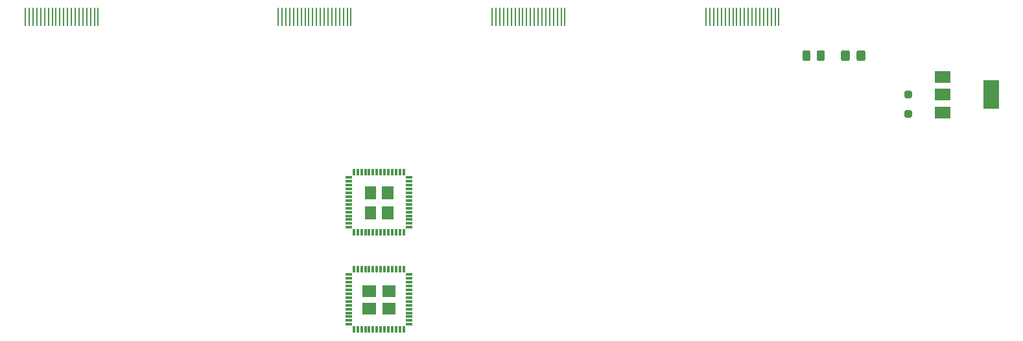
<source format=gbr>
%TF.GenerationSoftware,KiCad,Pcbnew,7.0.2*%
%TF.CreationDate,2023-08-06T23:13:36-03:00*%
%TF.ProjectId,KVM Project,4b564d20-5072-46f6-9a65-63742e6b6963,rev?*%
%TF.SameCoordinates,Original*%
%TF.FileFunction,Paste,Top*%
%TF.FilePolarity,Positive*%
%FSLAX46Y46*%
G04 Gerber Fmt 4.6, Leading zero omitted, Abs format (unit mm)*
G04 Created by KiCad (PCBNEW 7.0.2) date 2023-08-06 23:13:36*
%MOMM*%
%LPD*%
G01*
G04 APERTURE LIST*
G04 Aperture macros list*
%AMRoundRect*
0 Rectangle with rounded corners*
0 $1 Rounding radius*
0 $2 $3 $4 $5 $6 $7 $8 $9 X,Y pos of 4 corners*
0 Add a 4 corners polygon primitive as box body*
4,1,4,$2,$3,$4,$5,$6,$7,$8,$9,$2,$3,0*
0 Add four circle primitives for the rounded corners*
1,1,$1+$1,$2,$3*
1,1,$1+$1,$4,$5*
1,1,$1+$1,$6,$7*
1,1,$1+$1,$8,$9*
0 Add four rect primitives between the rounded corners*
20,1,$1+$1,$2,$3,$4,$5,0*
20,1,$1+$1,$4,$5,$6,$7,0*
20,1,$1+$1,$6,$7,$8,$9,0*
20,1,$1+$1,$8,$9,$2,$3,0*%
G04 Aperture macros list end*
%ADD10C,0.010000*%
%ADD11RoundRect,0.250000X0.325000X0.450000X-0.325000X0.450000X-0.325000X-0.450000X0.325000X-0.450000X0*%
%ADD12R,0.280000X2.400000*%
%ADD13R,2.000000X1.500000*%
%ADD14R,2.000000X3.800000*%
%ADD15RoundRect,0.008100X-0.421900X-0.126900X0.421900X-0.126900X0.421900X0.126900X-0.421900X0.126900X0*%
%ADD16RoundRect,0.008100X0.126900X-0.421900X0.126900X0.421900X-0.126900X0.421900X-0.126900X-0.421900X0*%
%ADD17RoundRect,0.008100X0.421900X0.126900X-0.421900X0.126900X-0.421900X-0.126900X0.421900X-0.126900X0*%
%ADD18RoundRect,0.250000X0.250000X-0.250000X0.250000X0.250000X-0.250000X0.250000X-0.250000X-0.250000X0*%
%ADD19RoundRect,0.250000X-0.262500X-0.450000X0.262500X-0.450000X0.262500X0.450000X-0.262500X0.450000X0*%
G04 APERTURE END LIST*
%TO.C,S2*%
D10*
X98580000Y-100040000D02*
X96940000Y-100040000D01*
X96940000Y-98620000D01*
X98580000Y-98620000D01*
X98580000Y-100040000D01*
G36*
X98580000Y-100040000D02*
G01*
X96940000Y-100040000D01*
X96940000Y-98620000D01*
X98580000Y-98620000D01*
X98580000Y-100040000D01*
G37*
X98580000Y-102290000D02*
X96940000Y-102290000D01*
X96940000Y-100870000D01*
X98580000Y-100870000D01*
X98580000Y-102290000D01*
G36*
X98580000Y-102290000D02*
G01*
X96940000Y-102290000D01*
X96940000Y-100870000D01*
X98580000Y-100870000D01*
X98580000Y-102290000D01*
G37*
X101180000Y-100040000D02*
X99540000Y-100040000D01*
X99540000Y-98620000D01*
X101180000Y-98620000D01*
X101180000Y-100040000D01*
G36*
X101180000Y-100040000D02*
G01*
X99540000Y-100040000D01*
X99540000Y-98620000D01*
X101180000Y-98620000D01*
X101180000Y-100040000D01*
G37*
X101180000Y-102290000D02*
X99540000Y-102290000D01*
X99540000Y-100870000D01*
X101180000Y-100870000D01*
X101180000Y-102290000D01*
G36*
X101180000Y-102290000D02*
G01*
X99540000Y-102290000D01*
X99540000Y-100870000D01*
X101180000Y-100870000D01*
X101180000Y-102290000D01*
G37*
%TO.C,S1*%
X98645000Y-89875000D02*
X97225000Y-89875000D01*
X97225000Y-88235000D01*
X98645000Y-88235000D01*
X98645000Y-89875000D01*
G36*
X98645000Y-89875000D02*
G01*
X97225000Y-89875000D01*
X97225000Y-88235000D01*
X98645000Y-88235000D01*
X98645000Y-89875000D01*
G37*
X100895000Y-89875000D02*
X99475000Y-89875000D01*
X99475000Y-88235000D01*
X100895000Y-88235000D01*
X100895000Y-89875000D01*
G36*
X100895000Y-89875000D02*
G01*
X99475000Y-89875000D01*
X99475000Y-88235000D01*
X100895000Y-88235000D01*
X100895000Y-89875000D01*
G37*
X98645000Y-87275000D02*
X97225000Y-87275000D01*
X97225000Y-85635000D01*
X98645000Y-85635000D01*
X98645000Y-87275000D01*
G36*
X98645000Y-87275000D02*
G01*
X97225000Y-87275000D01*
X97225000Y-85635000D01*
X98645000Y-85635000D01*
X98645000Y-87275000D01*
G37*
X100895000Y-87275000D02*
X99475000Y-87275000D01*
X99475000Y-85635000D01*
X100895000Y-85635000D01*
X100895000Y-87275000D01*
G36*
X100895000Y-87275000D02*
G01*
X99475000Y-87275000D01*
X99475000Y-85635000D01*
X100895000Y-85635000D01*
X100895000Y-87275000D01*
G37*
%TD*%
D11*
%TO.C,D1*%
X162070000Y-68580000D03*
X160020000Y-68580000D03*
%TD*%
D12*
%TO.C,DP_IN1*%
X85940000Y-63500000D03*
X86440000Y-63500000D03*
X86940000Y-63500000D03*
X87440000Y-63500000D03*
X87940000Y-63500000D03*
X88440000Y-63500000D03*
X88940000Y-63500000D03*
X89440000Y-63500000D03*
X89940000Y-63500000D03*
X90440000Y-63500000D03*
X90940000Y-63500000D03*
X91440000Y-63500000D03*
X91940000Y-63500000D03*
X92440000Y-63500000D03*
X92940000Y-63500000D03*
X93440000Y-63500000D03*
X93940000Y-63500000D03*
X94440000Y-63500000D03*
X94940000Y-63500000D03*
X95440000Y-63500000D03*
%TD*%
%TO.C,DP_IN3*%
X141820000Y-63500000D03*
X142320000Y-63500000D03*
X142820000Y-63500000D03*
X143320000Y-63500000D03*
X143820000Y-63500000D03*
X144320000Y-63500000D03*
X144820000Y-63500000D03*
X145320000Y-63500000D03*
X145820000Y-63500000D03*
X146320000Y-63500000D03*
X146820000Y-63500000D03*
X147320000Y-63500000D03*
X147820000Y-63500000D03*
X148320000Y-63500000D03*
X148820000Y-63500000D03*
X149320000Y-63500000D03*
X149820000Y-63500000D03*
X150320000Y-63500000D03*
X150820000Y-63500000D03*
X151320000Y-63500000D03*
%TD*%
D13*
%TO.C,U6*%
X172720000Y-71360000D03*
X172720000Y-73660000D03*
D14*
X179020000Y-73660000D03*
D13*
X172720000Y-75960000D03*
%TD*%
D12*
%TO.C,DP_IN2*%
X113880000Y-63500000D03*
X114380000Y-63500000D03*
X114880000Y-63500000D03*
X115380000Y-63500000D03*
X115880000Y-63500000D03*
X116380000Y-63500000D03*
X116880000Y-63500000D03*
X117380000Y-63500000D03*
X117880000Y-63500000D03*
X118380000Y-63500000D03*
X118880000Y-63500000D03*
X119380000Y-63500000D03*
X119880000Y-63500000D03*
X120380000Y-63500000D03*
X120880000Y-63500000D03*
X121380000Y-63500000D03*
X121880000Y-63500000D03*
X122380000Y-63500000D03*
X122880000Y-63500000D03*
X123380000Y-63500000D03*
%TD*%
%TO.C,DP_OUT1*%
X52920000Y-63500000D03*
X53420000Y-63500000D03*
X53920000Y-63500000D03*
X54420000Y-63500000D03*
X54920000Y-63500000D03*
X55420000Y-63500000D03*
X55920000Y-63500000D03*
X56420000Y-63500000D03*
X56920000Y-63500000D03*
X57420000Y-63500000D03*
X57920000Y-63500000D03*
X58420000Y-63500000D03*
X58920000Y-63500000D03*
X59420000Y-63500000D03*
X59920000Y-63500000D03*
X60420000Y-63500000D03*
X60920000Y-63500000D03*
X61420000Y-63500000D03*
X61920000Y-63500000D03*
X62420000Y-63500000D03*
%TD*%
D15*
%TO.C,S2*%
X95125000Y-97205000D03*
X95125000Y-97705000D03*
X95125000Y-98205000D03*
X95125000Y-98705000D03*
X95125000Y-99205000D03*
X95125000Y-99705000D03*
X95125000Y-100205000D03*
X95125000Y-100705000D03*
X95125000Y-101205000D03*
X95125000Y-101705000D03*
X95125000Y-102205000D03*
X95125000Y-102705000D03*
X95125000Y-103205000D03*
X95125000Y-103705000D03*
D16*
X95810000Y-104390000D03*
X96310000Y-104390000D03*
X96810000Y-104390000D03*
X97310000Y-104390000D03*
X97810000Y-104390000D03*
X98310000Y-104390000D03*
X98810000Y-104390000D03*
X99310000Y-104390000D03*
X99810000Y-104390000D03*
X100310000Y-104390000D03*
X100810000Y-104390000D03*
X101310000Y-104390000D03*
X101810000Y-104390000D03*
X102310000Y-104390000D03*
D15*
X102995000Y-103705000D03*
X102995000Y-103205000D03*
X102995000Y-102705000D03*
X102995000Y-102205000D03*
X102995000Y-101705000D03*
X102995000Y-101205000D03*
X102995000Y-100705000D03*
X102995000Y-100205000D03*
X102995000Y-99705000D03*
X102995000Y-99205000D03*
X102995000Y-98705000D03*
X102995000Y-98205000D03*
X102995000Y-97705000D03*
X102995000Y-97205000D03*
D16*
X102310000Y-96520000D03*
X101810000Y-96520000D03*
X101310000Y-96520000D03*
X100810000Y-96520000D03*
X100310000Y-96520000D03*
X99810000Y-96520000D03*
X99310000Y-96520000D03*
X98810000Y-96520000D03*
X98310000Y-96520000D03*
X97810000Y-96520000D03*
X97310000Y-96520000D03*
X96810000Y-96520000D03*
X96310000Y-96520000D03*
X95810000Y-96520000D03*
%TD*%
%TO.C,S1*%
X95810000Y-91690000D03*
X96310000Y-91690000D03*
X96810000Y-91690000D03*
X97310000Y-91690000D03*
X97810000Y-91690000D03*
X98310000Y-91690000D03*
X98810000Y-91690000D03*
X99310000Y-91690000D03*
X99810000Y-91690000D03*
X100310000Y-91690000D03*
X100810000Y-91690000D03*
X101310000Y-91690000D03*
X101810000Y-91690000D03*
X102310000Y-91690000D03*
D17*
X102995000Y-91005000D03*
X102995000Y-90505000D03*
X102995000Y-90005000D03*
X102995000Y-89505000D03*
X102995000Y-89005000D03*
X102995000Y-88505000D03*
X102995000Y-88005000D03*
X102995000Y-87505000D03*
X102995000Y-87005000D03*
X102995000Y-86505000D03*
X102995000Y-86005000D03*
X102995000Y-85505000D03*
X102995000Y-85005000D03*
X102995000Y-84505000D03*
D16*
X102310000Y-83820000D03*
X101810000Y-83820000D03*
X101310000Y-83820000D03*
X100810000Y-83820000D03*
X100310000Y-83820000D03*
X99810000Y-83820000D03*
X99310000Y-83820000D03*
X98810000Y-83820000D03*
X98310000Y-83820000D03*
X97810000Y-83820000D03*
X97310000Y-83820000D03*
X96810000Y-83820000D03*
X96310000Y-83820000D03*
X95810000Y-83820000D03*
D17*
X95125000Y-84505000D03*
X95125000Y-85005000D03*
X95125000Y-85505000D03*
X95125000Y-86005000D03*
X95125000Y-86505000D03*
X95125000Y-87005000D03*
X95125000Y-87505000D03*
X95125000Y-88005000D03*
X95125000Y-88505000D03*
X95125000Y-89005000D03*
X95125000Y-89505000D03*
X95125000Y-90005000D03*
X95125000Y-90505000D03*
X95125000Y-91005000D03*
%TD*%
D18*
%TO.C,D11*%
X168250000Y-76160000D03*
X168250000Y-73660000D03*
%TD*%
D19*
%TO.C,R1*%
X154940000Y-68580000D03*
X156765000Y-68580000D03*
%TD*%
M02*

</source>
